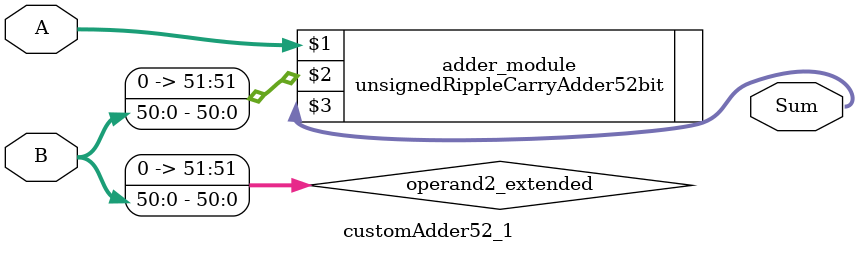
<source format=v>
module customAdder52_1(
                        input [51 : 0] A,
                        input [50 : 0] B,
                        
                        output [52 : 0] Sum
                );

        wire [51 : 0] operand2_extended;
        
        assign operand2_extended =  {1'b0, B};
        
        unsignedRippleCarryAdder52bit adder_module(
            A,
            operand2_extended,
            Sum
        );
        
        endmodule
        
</source>
